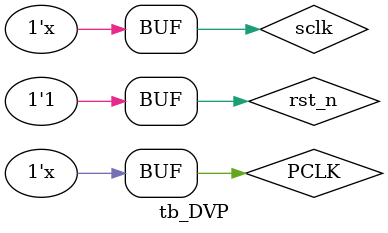
<source format=v>
`include "../../src/DVP.v"
`timescale  1ns / 1ps

module tb_DVP;//the module has been validated

// DVP Parameters
parameter PERIOD  = 50;//unit MHz


// DVP Inputs
reg   sclk                                 = 0 ;
reg   rst_n                                = 0 ;
reg   VSYNC                                = 0 ;
reg   HREF                                 = 0 ;
reg   PCLK                                 = 0 ;
reg   [7:0]  DVP_data                      = 0 ;

// DVP Outputs
wire  [15:0]  FIFO_in_data                 ;


always #(500/PERIOD) sclk = ~sclk;

initial
begin
    #100 rst_n  =  1;
end

DVP  u_DVP (
    .sclk                    ( sclk                 ),
    .rst_n                   ( rst_n                ),
    .VSYNC                   ( VSYNC                ),
    .HREF                    ( HREF                 ),
    .PCLK                    ( PCLK                 ),
    .DVP_data                ( DVP_data      [7:0]  ),

    .FIFO_in_data            ( FIFO_in_data  [15:0] )
);

//instance

always #50 PCLK = ~PCLK;

reg [9:0] clk_cnt;
always @(posedge PCLK or negedge rst_n)
    if(!rst_n)
        clk_cnt <= 'd0;
    else if(clk_cnt == 'd784)
        clk_cnt <= 'd0;
    else 
        clk_cnt <= clk_cnt + 1'b1;

reg [9:0] LINE_cnt;

always @(posedge PCLK or negedge rst_n)
    if(!rst_n)
        LINE_cnt <= 'd0;
    else if(clk_cnt == 'd784)
        LINE_cnt <= LINE_cnt + 1'b1;

//VSYNC'timing    
always @(posedge PCLK or negedge rst_n)
    if(!rst_n)
        VSYNC <= 1'b0;
    else if(LINE_cnt == 'd1)
        VSYNC <= 1'b1;
    else if(LINE_cnt == 'd4)
        VSYNC <= 1'b0;
    else if(LINE_cnt == 'd511)
        VSYNC <= 1'b1;
    else if(LINE_cnt == 'd514)
        VSYNC <= 1'b0;
    else
        VSYNC <= VSYNC;

//HREF'timing

always @(negedge PCLK or negedge rst_n)
    if(!rst_n)
        HREF <= 1'b0;
    else if(LINE_cnt >= 'd21 && LINE_cnt <= 'd501 && clk_cnt < 'd640)
        HREF <= 1'b1;
    else if(LINE_cnt >= 'd21 && LINE_cnt <= 'd501 && clk_cnt >= 'd640)
        HREF <= 1'b0;
    else
        HREF <= HREF;

always @(negedge PCLK or negedge rst_n)
    if(!rst_n)
        DVP_data <= 'd0;
    else if(HREF == 1'b1)
        DVP_data <= DVP_data + 1'b1;
    else
        DVP_data <= DVP_data;


endmodule

</source>
